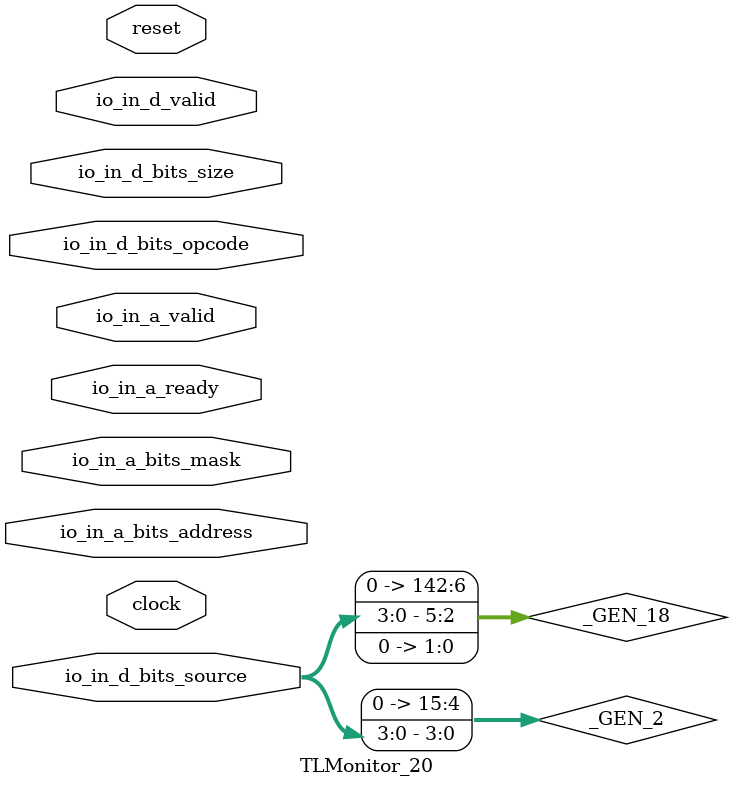
<source format=sv>

`ifndef ASSERT_VERBOSE_COND_
  `ifdef ASSERT_VERBOSE_COND
    `define ASSERT_VERBOSE_COND_ (`ASSERT_VERBOSE_COND)
  `else  // ASSERT_VERBOSE_COND
    `define ASSERT_VERBOSE_COND_ 1
  `endif // ASSERT_VERBOSE_COND
`endif // not def ASSERT_VERBOSE_COND_

// Users can define 'STOP_COND' to add an extra gate to stop conditions.
`ifndef STOP_COND_
  `ifdef STOP_COND
    `define STOP_COND_ (`STOP_COND)
  `else  // STOP_COND
    `define STOP_COND_ 1
  `endif // STOP_COND
`endif // not def STOP_COND_

module TLMonitor_20(
  input        clock,
  input        reset,
  input        io_in_a_ready,
  input        io_in_a_valid,
  input [31:0] io_in_a_bits_address,
  input [7:0]  io_in_a_bits_mask,
  input        io_in_d_valid,
  input [2:0]  io_in_d_bits_opcode,
  input [1:0]  io_in_d_bits_size,
  input [3:0]  io_in_d_bits_source
);

  wire [31:0]  _plusarg_reader_1_out;
  wire [31:0]  _plusarg_reader_out;
  wire         a_first_done = io_in_a_ready & io_in_a_valid;
  reg          a_first_counter;
  reg  [31:0]  address;
  reg          d_first_counter;
  reg  [2:0]   opcode_1;
  reg  [1:0]   size_1;
  reg  [3:0]   source_1;
  reg  [15:0]  inflight;
  reg  [63:0]  inflight_opcodes;
  reg  [63:0]  inflight_sizes;
  reg          a_first_counter_1;
  reg          d_first_counter_1;
  wire         _GEN = a_first_done & ~a_first_counter_1;
  wire         d_release_ack = io_in_d_bits_opcode == 3'h6;
  wire         _GEN_0 = io_in_d_valid & ~d_first_counter_1;
  wire         _GEN_1 = _GEN_0 & ~d_release_ack;
  wire [15:0]  _GEN_2 = {12'h0, io_in_d_bits_source};
  reg  [31:0]  watchdog;
  reg  [15:0]  inflight_1;
  reg  [63:0]  inflight_sizes_1;
  reg          d_first_counter_2;
  wire         _GEN_3 = io_in_d_valid & ~d_first_counter_2 & d_release_ack;
  reg  [31:0]  watchdog_1;
  `ifndef SYNTHESIS
    wire [7:0][2:0] _GEN_4 = '{3'h4, 3'h5, 3'h2, 3'h1, 3'h1, 3'h1, 3'h0, 3'h0};
    wire [7:0][2:0] _GEN_5 = '{3'h4, 3'h4, 3'h2, 3'h1, 3'h1, 3'h1, 3'h0, 3'h0};
    wire            mask_sub_0_2 =
      ~(io_in_a_bits_address[2]) & ~(io_in_a_bits_address[1]);
    wire            mask_sub_1_2 = ~(io_in_a_bits_address[2]) & io_in_a_bits_address[1];
    wire            mask_sub_2_2 = io_in_a_bits_address[2] & ~(io_in_a_bits_address[1]);
    wire            mask_sub_3_2 = io_in_a_bits_address[2] & io_in_a_bits_address[1];
    wire            _GEN_6 = io_in_a_valid & ~reset;
    wire            _GEN_7 = io_in_d_bits_size != 2'h3;
    wire            _GEN_8 = io_in_d_valid & io_in_d_bits_opcode == 3'h4 & ~reset;
    wire            _GEN_9 = io_in_d_valid & io_in_d_bits_opcode == 3'h5 & ~reset;
    wire            _GEN_10 = io_in_d_valid & d_first_counter & ~reset;
    wire [63:0]     _GEN_11 = {58'h0, io_in_d_bits_source, 2'h0};
    wire [63:0]     _a_opcode_lookup_T_1 = inflight_opcodes >> _GEN_11;
    wire            _same_cycle_resp_T_1 = io_in_a_valid & ~a_first_counter_1;
    wire            same_cycle_resp = _same_cycle_resp_T_1 & ~(|io_in_d_bits_source);
    wire            _GEN_12 = _GEN_1 & same_cycle_resp & ~reset;
    wire            _GEN_13 = _GEN_1 & ~same_cycle_resp & ~reset;
    wire [3:0]      _GEN_14 = {2'h0, io_in_d_bits_size};
    wire            _GEN_15 = _GEN_3 & ~reset;
    wire [15:0]     _GEN_16 = inflight >> _GEN_2;
    wire [63:0]     _a_size_lookup_T_1 = inflight_sizes >> _GEN_11;
    wire [15:0]     _GEN_17 = inflight_1 >> _GEN_2;
    wire [63:0]     _c_size_lookup_T_1 = inflight_sizes_1 >> _GEN_11;
    always @(posedge clock) begin
      if (_GEN_6
          & ~({io_in_a_bits_address[31],
               io_in_a_bits_address[30:17] ^ 14'h3080,
               io_in_a_bits_address[15:13]} == 18'h0
              | io_in_a_bits_address[31:17] == 15'h4148)) begin
        if (`ASSERT_VERBOSE_COND_)
          $error("Assertion failed: 'A' channel carries PutFull type which is unexpected using diplomatic parameters (connected at src/main/scala/APLIC.scala:346:13)\n    at Monitor.scala:42 assert(cond, message)\n");
        if (`STOP_COND_)
          $fatal;
      end
      if (_GEN_6 & (|(io_in_a_bits_address[1:0]))) begin
        if (`ASSERT_VERBOSE_COND_)
          $error("Assertion failed: 'A' channel PutFull address not aligned to size (connected at src/main/scala/APLIC.scala:346:13)\n    at Monitor.scala:42 assert(cond, message)\n");
        if (`STOP_COND_)
          $fatal;
      end
      if (_GEN_6
          & io_in_a_bits_mask != {io_in_a_bits_address[2] | mask_sub_3_2
                                    & io_in_a_bits_address[0],
                                  io_in_a_bits_address[2] | mask_sub_3_2
                                    & ~(io_in_a_bits_address[0]),
                                  io_in_a_bits_address[2] | mask_sub_2_2
                                    & io_in_a_bits_address[0],
                                  io_in_a_bits_address[2] | mask_sub_2_2
                                    & ~(io_in_a_bits_address[0]),
                                  ~(io_in_a_bits_address[2]) | mask_sub_1_2
                                    & io_in_a_bits_address[0],
                                  ~(io_in_a_bits_address[2]) | mask_sub_1_2
                                    & ~(io_in_a_bits_address[0]),
                                  ~(io_in_a_bits_address[2]) | mask_sub_0_2
                                    & io_in_a_bits_address[0],
                                  ~(io_in_a_bits_address[2]) | mask_sub_0_2
                                    & ~(io_in_a_bits_address[0])}) begin
        if (`ASSERT_VERBOSE_COND_)
          $error("Assertion failed: 'A' channel PutFull contains invalid mask (connected at src/main/scala/APLIC.scala:346:13)\n    at Monitor.scala:42 assert(cond, message)\n");
        if (`STOP_COND_)
          $fatal;
      end
      if (io_in_d_valid & ~reset & (&io_in_d_bits_opcode)) begin
        if (`ASSERT_VERBOSE_COND_)
          $error("Assertion failed: 'D' channel has invalid opcode (connected at src/main/scala/APLIC.scala:346:13)\n    at Monitor.scala:49 assert(cond, message)\n");
        if (`STOP_COND_)
          $fatal;
      end
      if (io_in_d_valid & io_in_d_bits_opcode == 3'h6 & ~reset & _GEN_7) begin
        if (`ASSERT_VERBOSE_COND_)
          $error("Assertion failed: 'D' channel ReleaseAck smaller than a beat (connected at src/main/scala/APLIC.scala:346:13)\n    at Monitor.scala:49 assert(cond, message)\n");
        if (`STOP_COND_)
          $fatal;
      end
      if (_GEN_8) begin
        if (`ASSERT_VERBOSE_COND_)
          $error("Assertion failed: 'D' channel Grant carries invalid sink ID (connected at src/main/scala/APLIC.scala:346:13)\n    at Monitor.scala:49 assert(cond, message)\n");
        if (`STOP_COND_)
          $fatal;
      end
      if (_GEN_8 & _GEN_7) begin
        if (`ASSERT_VERBOSE_COND_)
          $error("Assertion failed: 'D' channel Grant smaller than a beat (connected at src/main/scala/APLIC.scala:346:13)\n    at Monitor.scala:49 assert(cond, message)\n");
        if (`STOP_COND_)
          $fatal;
      end
      if (_GEN_9) begin
        if (`ASSERT_VERBOSE_COND_)
          $error("Assertion failed: 'D' channel GrantData carries invalid sink ID (connected at src/main/scala/APLIC.scala:346:13)\n    at Monitor.scala:49 assert(cond, message)\n");
        if (`STOP_COND_)
          $fatal;
      end
      if (_GEN_9 & _GEN_7) begin
        if (`ASSERT_VERBOSE_COND_)
          $error("Assertion failed: 'D' channel GrantData smaller than a beat (connected at src/main/scala/APLIC.scala:346:13)\n    at Monitor.scala:49 assert(cond, message)\n");
        if (`STOP_COND_)
          $fatal;
      end
      if (io_in_a_valid & a_first_counter & ~reset
          & io_in_a_bits_address != address) begin
        if (`ASSERT_VERBOSE_COND_)
          $error("Assertion failed: 'A' channel address changed with multibeat operation (connected at src/main/scala/APLIC.scala:346:13)\n    at Monitor.scala:42 assert(cond, message)\n");
        if (`STOP_COND_)
          $fatal;
      end
      if (_GEN_10 & io_in_d_bits_opcode != opcode_1) begin
        if (`ASSERT_VERBOSE_COND_)
          $error("Assertion failed: 'D' channel opcode changed within multibeat operation (connected at src/main/scala/APLIC.scala:346:13)\n    at Monitor.scala:49 assert(cond, message)\n");
        if (`STOP_COND_)
          $fatal;
      end
      if (_GEN_10 & io_in_d_bits_size != size_1) begin
        if (`ASSERT_VERBOSE_COND_)
          $error("Assertion failed: 'D' channel size changed within multibeat operation (connected at src/main/scala/APLIC.scala:346:13)\n    at Monitor.scala:49 assert(cond, message)\n");
        if (`STOP_COND_)
          $fatal;
      end
      if (_GEN_10 & io_in_d_bits_source != source_1) begin
        if (`ASSERT_VERBOSE_COND_)
          $error("Assertion failed: 'D' channel source changed within multibeat operation (connected at src/main/scala/APLIC.scala:346:13)\n    at Monitor.scala:49 assert(cond, message)\n");
        if (`STOP_COND_)
          $fatal;
      end
      if (_GEN & ~reset & inflight[0]) begin
        if (`ASSERT_VERBOSE_COND_)
          $error("Assertion failed: 'A' channel re-used a source ID (connected at src/main/scala/APLIC.scala:346:13)\n    at Monitor.scala:42 assert(cond, message)\n");
        if (`STOP_COND_)
          $fatal;
      end
      if (_GEN_1 & ~reset & ~(_GEN_16[0] | same_cycle_resp)) begin
        if (`ASSERT_VERBOSE_COND_)
          $error("Assertion failed: 'D' channel acknowledged for nothing inflight (connected at src/main/scala/APLIC.scala:346:13)\n    at Monitor.scala:49 assert(cond, message)\n");
        if (`STOP_COND_)
          $fatal;
      end
      if (_GEN_12 & (|io_in_d_bits_opcode)) begin
        if (`ASSERT_VERBOSE_COND_)
          $error("Assertion failed: 'D' channel contains improper opcode response (connected at src/main/scala/APLIC.scala:346:13)\n    at Monitor.scala:49 assert(cond, message)\n");
        if (`STOP_COND_)
          $fatal;
      end
      if (_GEN_12 & io_in_d_bits_size != 2'h2) begin
        if (`ASSERT_VERBOSE_COND_)
          $error("Assertion failed: 'D' channel contains improper response size (connected at src/main/scala/APLIC.scala:346:13)\n    at Monitor.scala:49 assert(cond, message)\n");
        if (`STOP_COND_)
          $fatal;
      end
      if (_GEN_13
          & ~(io_in_d_bits_opcode == _GEN_5[_a_opcode_lookup_T_1[3:1]]
              | io_in_d_bits_opcode == _GEN_4[_a_opcode_lookup_T_1[3:1]])) begin
        if (`ASSERT_VERBOSE_COND_)
          $error("Assertion failed: 'D' channel contains improper opcode response (connected at src/main/scala/APLIC.scala:346:13)\n    at Monitor.scala:49 assert(cond, message)\n");
        if (`STOP_COND_)
          $fatal;
      end
      if (_GEN_13 & _GEN_14 != {1'h0, _a_size_lookup_T_1[3:1]}) begin
        if (`ASSERT_VERBOSE_COND_)
          $error("Assertion failed: 'D' channel contains improper response size (connected at src/main/scala/APLIC.scala:346:13)\n    at Monitor.scala:49 assert(cond, message)\n");
        if (`STOP_COND_)
          $fatal;
      end
      if (_GEN_0 & ~a_first_counter_1 & io_in_a_valid & ~(|io_in_d_bits_source)
          & ~d_release_ack & ~reset & ~io_in_a_ready) begin
        if (`ASSERT_VERBOSE_COND_)
          $error("Assertion failed: ready check\n    at Monitor.scala:49 assert(cond, message)\n");
        if (`STOP_COND_)
          $fatal;
      end
      if (~reset
          & ~({15'h0, _same_cycle_resp_T_1} != (_GEN_1 ? 16'h1 << _GEN_2 : 16'h0)
              | ~_same_cycle_resp_T_1)) begin
        if (`ASSERT_VERBOSE_COND_)
          $error("Assertion failed: 'A' and 'D' concurrent, despite minlatency 1 (connected at src/main/scala/APLIC.scala:346:13)\n    at Monitor.scala:49 assert(cond, message)\n");
        if (`STOP_COND_)
          $fatal;
      end
      if (~reset
          & ~(inflight == 16'h0 | _plusarg_reader_out == 32'h0
              | watchdog < _plusarg_reader_out)) begin
        if (`ASSERT_VERBOSE_COND_)
          $error("Assertion failed: TileLink timeout expired (connected at src/main/scala/APLIC.scala:346:13)\n    at Monitor.scala:42 assert(cond, message)\n");
        if (`STOP_COND_)
          $fatal;
      end
      if (_GEN_15 & ~(_GEN_17[0])) begin
        if (`ASSERT_VERBOSE_COND_)
          $error("Assertion failed: 'D' channel acknowledged for nothing inflight (connected at src/main/scala/APLIC.scala:346:13)\n    at Monitor.scala:49 assert(cond, message)\n");
        if (`STOP_COND_)
          $fatal;
      end
      if (_GEN_15 & _GEN_14 != {1'h0, _c_size_lookup_T_1[3:1]}) begin
        if (`ASSERT_VERBOSE_COND_)
          $error("Assertion failed: 'D' channel contains improper response size (connected at src/main/scala/APLIC.scala:346:13)\n    at Monitor.scala:49 assert(cond, message)\n");
        if (`STOP_COND_)
          $fatal;
      end
      if (~reset
          & ~(inflight_1 == 16'h0 | _plusarg_reader_1_out == 32'h0
              | watchdog_1 < _plusarg_reader_1_out)) begin
        if (`ASSERT_VERBOSE_COND_)
          $error("Assertion failed: TileLink timeout expired (connected at src/main/scala/APLIC.scala:346:13)\n    at Monitor.scala:42 assert(cond, message)\n");
        if (`STOP_COND_)
          $fatal;
      end
    end // always @(posedge)
  `endif // not def SYNTHESIS
  wire [142:0] _GEN_18 = {137'h0, io_in_d_bits_source, 2'h0};
  wire [142:0] _d_opcodes_clr_T_5 = 143'hF << _GEN_18;
  wire [142:0] _d_sizes_clr_T_5 = 143'hF << _GEN_18;
  wire [142:0] _d_sizes_clr_T_11 = 143'hF << _GEN_18;
  always @(posedge clock) begin
    if (reset) begin
      a_first_counter <= 1'h0;
      d_first_counter <= 1'h0;
      inflight <= 16'h0;
      inflight_opcodes <= 64'h0;
      inflight_sizes <= 64'h0;
      a_first_counter_1 <= 1'h0;
      d_first_counter_1 <= 1'h0;
      watchdog <= 32'h0;
      inflight_1 <= 16'h0;
      inflight_sizes_1 <= 64'h0;
      d_first_counter_2 <= 1'h0;
      watchdog_1 <= 32'h0;
    end
    else begin
      a_first_counter <= (~a_first_done | 1'(a_first_counter - 1'h1)) & a_first_counter;
      d_first_counter <= (~io_in_d_valid | 1'(d_first_counter - 1'h1)) & d_first_counter;
      inflight <= (inflight | {15'h0, _GEN}) & ~(_GEN_1 ? 16'h1 << _GEN_2 : 16'h0);
      inflight_opcodes <=
        (inflight_opcodes | (_GEN ? {63'h0, _GEN} : 64'h0))
        & ~(_GEN_1 ? _d_opcodes_clr_T_5[63:0] : 64'h0);
      inflight_sizes <=
        (inflight_sizes | (_GEN ? {61'h0, _GEN ? 3'h5 : 3'h0} : 64'h0))
        & ~(_GEN_1 ? _d_sizes_clr_T_5[63:0] : 64'h0);
      a_first_counter_1 <=
        (~a_first_done | 1'(a_first_counter_1 - 1'h1)) & a_first_counter_1;
      d_first_counter_1 <=
        (~io_in_d_valid | 1'(d_first_counter_1 - 1'h1)) & d_first_counter_1;
      if (a_first_done | io_in_d_valid)
        watchdog <= 32'h0;
      else
        watchdog <= 32'(watchdog + 32'h1);
      inflight_1 <= inflight_1 & ~(_GEN_3 ? 16'h1 << _GEN_2 : 16'h0);
      inflight_sizes_1 <= inflight_sizes_1 & ~(_GEN_3 ? _d_sizes_clr_T_11[63:0] : 64'h0);
      d_first_counter_2 <=
        (~io_in_d_valid | 1'(d_first_counter_2 - 1'h1)) & d_first_counter_2;
      if (io_in_d_valid)
        watchdog_1 <= 32'h0;
      else
        watchdog_1 <= 32'(watchdog_1 + 32'h1);
    end
    if (a_first_done & ~a_first_counter)
      address <= io_in_a_bits_address;
    if (io_in_d_valid & ~d_first_counter) begin
      opcode_1 <= io_in_d_bits_opcode;
      size_1 <= io_in_d_bits_size;
      source_1 <= io_in_d_bits_source;
    end
  end // always @(posedge)
  plusarg_reader #(
    .DEFAULT(0),
    .FORMAT("tilelink_timeout=%d"),
    .WIDTH(32)
  ) plusarg_reader (
    .out (_plusarg_reader_out)
  );
  plusarg_reader #(
    .DEFAULT(0),
    .FORMAT("tilelink_timeout=%d"),
    .WIDTH(32)
  ) plusarg_reader_1 (
    .out (_plusarg_reader_1_out)
  );
endmodule


</source>
